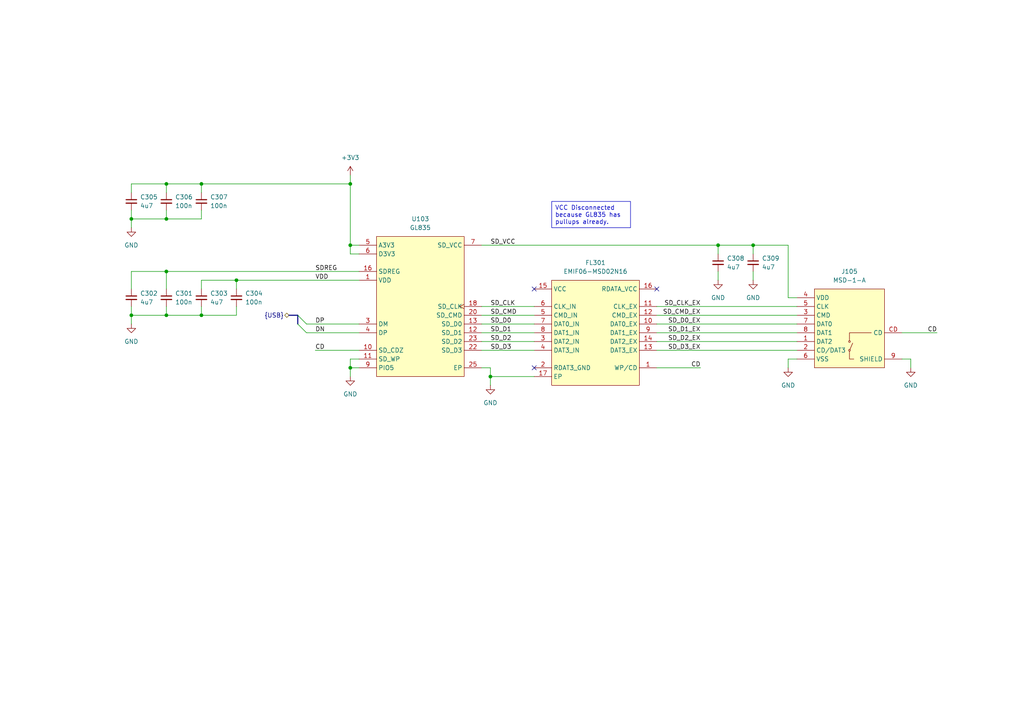
<source format=kicad_sch>
(kicad_sch (version 20250114) (generator "eeschema") (generator_version "9.0")
  (paper "A4")
  (lib_symbols
    (symbol "DEV:C_SMALL" (pin_numbers (hide yes)) (pin_names (offset 0.254) (hide yes))
      (property "Reference" "C" (at 0.254 1.778 0))
      (property "Value" "SMALL" (at 0.254 -2.032 0))
      (symbol "C_SMALL_0_1"
        (polyline (pts (xy -1.524 0.508) (xy 1.524 0.508)) (stroke (width 0.3048)))
        (polyline (pts (xy -1.524 -0.508) (xy 1.524 -0.508)) (stroke (width 0.3302)))
      )
      (symbol "C_SMALL_1_1"
        (pin passive line (at 0 2.54 270) (length 2.032) (name "~") (number "1"))
        (pin passive line (at 0 -2.54 90) (length 2.032) (name "~") (number "2"))
      )
    )
    (symbol "SD-CONN:MSD-1-A"
      (property "Reference" "J" (at 0 5.08 0))
      (property "Value" "MSD-1-A" (at 0 2.54 0))
      (symbol "MSD-1-A_1_1"
        (rectangle (start -10.16 0) (end 10.16 -22.86) (fill (type background)))
        (circle (center 0 -15.24) (radius 0.254))
        (circle (center 0 -17.78) (radius 0.254))
        (polyline (pts (xy 0.13 -17.56) (xy 0.93 -15.69)))
        (polyline (pts (xy 1.27 -20.32) (xy 0 -20.32) (xy 0 -19.05) (xy 0 -18.034)))
        (polyline (pts (xy 6.35 -12.7) (xy 0 -12.7) (xy 0 -14.986)))
        (pin power_in line (at -15.24 -2.54 0) (length 5.08) (name "VDD") (number "4"))
        (pin input line (at -15.24 -5.08 0) (length 5.08) (name "CLK") (number "5"))
        (pin input line (at -15.24 -7.62 0) (length 5.08) (name "CMD") (number "3"))
        (pin bidirectional line (at -15.24 -10.16 0) (length 5.08) (name "DAT0") (number "7"))
        (pin bidirectional line (at -15.24 -12.7 0) (length 5.08) (name "DAT1") (number "8"))
        (pin bidirectional line (at -15.24 -15.24 0) (length 5.08) (name "DAT2") (number "1"))
        (pin bidirectional line (at -15.24 -17.78 0) (length 5.08) (name "CD/DAT3") (number "2"))
        (pin power_in line (at -15.24 -20.32 0) (length 5.08) (name "VSS") (number "6"))
        (pin output line (at 15.24 -12.7 180) (length 5.08) (name "CD") (number "CD"))
        (pin passive line (at 15.24 -20.32 180) (length 5.08) (hide yes) (name "SHIELD") (number "10"))
        (pin passive line (at 15.24 -20.32 180) (length 5.08) (hide yes) (name "SHIELD") (number "11"))
        (pin passive line (at 15.24 -20.32 180) (length 5.08) (hide yes) (name "SHIELD") (number "12"))
        (pin passive line (at 15.24 -20.32 180) (length 5.08) (name "SHIELD") (number "9"))
      )
    )
    (symbol "TVS:EMIF06-MSD02N16"
      (property "Reference" "FL" (at 0 5.08 0))
      (property "Value" "EMIF06-MSD02N16" (at 0 2.54 0))
      (symbol "EMIF06-MSD02N16_1_1"
        (rectangle (start -12.7 0) (end 12.7 -30.48) (fill (type background)))
        (pin passive line (at -17.78 -2.54 0) (length 5.08) (name "VCC") (number "15"))
        (pin passive line (at -17.78 -7.62 0) (length 5.08) (name "CLK_IN") (number "6"))
        (pin passive line (at -17.78 -10.16 0) (length 5.08) (name "CMD_IN") (number "5"))
        (pin passive line (at -17.78 -12.7 0) (length 5.08) (name "DAT0_IN") (number "7"))
        (pin passive line (at -17.78 -15.24 0) (length 5.08) (name "DAT1_IN") (number "8"))
        (pin passive line (at -17.78 -17.78 0) (length 5.08) (name "DAT2_IN") (number "3"))
        (pin passive line (at -17.78 -20.32 0) (length 5.08) (name "DAT3_IN") (number "4"))
        (pin passive line (at -17.78 -25.4 0) (length 5.08) (name "RDAT3_GND") (number "2"))
        (pin passive line (at -17.78 -27.94 0) (length 5.08) (name "EP") (number "17"))
        (pin passive line (at 17.78 -2.54 180) (length 5.08) (name "RDATA_VCC") (number "16"))
        (pin passive line (at 17.78 -7.62 180) (length 5.08) (name "CLK_EX") (number "11"))
        (pin passive line (at 17.78 -10.16 180) (length 5.08) (name "CMD_EX") (number "12"))
        (pin passive line (at 17.78 -12.7 180) (length 5.08) (name "DAT0_EX") (number "10"))
        (pin passive line (at 17.78 -15.24 180) (length 5.08) (name "DAT1_EX") (number "9"))
        (pin passive line (at 17.78 -17.78 180) (length 5.08) (name "DAT2_EX") (number "14"))
        (pin passive line (at 17.78 -20.32 180) (length 5.08) (name "DAT3_EX") (number "13"))
        (pin passive line (at 17.78 -25.4 180) (length 5.08) (name "WP/CD") (number "1"))
      )
    )
    (symbol "USB-INTF:GL835"
      (property "Reference" "U" (at 0 5.08 0))
      (property "Value" "GL835" (at 0 2.54 0))
      (symbol "GL835_0_0"
        (pin power_in line (at -17.78 -2.54 0) (length 5.08) (name "A3V3") (number "5"))
        (pin power_in line (at -17.78 -5.08 0) (length 5.08) (name "D3V3") (number "6"))
        (pin bidirectional line (at -17.78 -25.4 0) (length 5.08) (name "DM") (number "3"))
        (pin bidirectional line (at -17.78 -27.94 0) (length 5.08) (name "DP") (number "4"))
        (pin input line (at -17.78 -33.02 0) (length 5.08) (name "SD_CDZ") (number "10"))
        (pin input line (at -17.78 -35.56 0) (length 5.08) (name "SD_WP") (number "11"))
        (pin input line (at -17.78 -38.1 0) (length 5.08) (name "PIO5") (number "9"))
        (pin no_connect line (at 17.78 -7.62 180) (length 5.08) (hide yes) (name "NC") (number "14"))
        (pin no_connect line (at 17.78 -7.62 180) (length 5.08) (hide yes) (name "NC") (number "15"))
        (pin no_connect line (at 17.78 -7.62 180) (length 5.08) (hide yes) (name "NC") (number "17"))
        (pin no_connect line (at 17.78 -7.62 180) (length 5.08) (hide yes) (name "NC") (number "19"))
        (pin no_connect line (at 17.78 -7.62 180) (length 5.08) (hide yes) (name "NC") (number "2"))
        (pin no_connect line (at 17.78 -7.62 180) (length 5.08) (hide yes) (name "NC") (number "21"))
        (pin no_connect line (at 17.78 -7.62 180) (length 5.08) (hide yes) (name "NC") (number "24"))
        (pin no_connect line (at 17.78 -7.62 180) (length 5.08) (hide yes) (name "NC") (number "8"))
        (pin bidirectional line (at 17.78 -25.4 180) (length 5.08) (name "SD_D0") (number "13"))
        (pin bidirectional line (at 17.78 -27.94 180) (length 5.08) (name "SD_D1") (number "12"))
        (pin bidirectional line (at 17.78 -30.48 180) (length 5.08) (name "SD_D2") (number "23"))
        (pin bidirectional line (at 17.78 -33.02 180) (length 5.08) (name "SD_D3") (number "22"))
      )
      (symbol "GL835_1_0"
        (pin passive line (at -17.78 -10.16 0) (length 5.08) (name "SDREG") (number "16"))
        (pin passive line (at -17.78 -12.7 0) (length 5.08) (name "VDD") (number "1"))
        (pin power_out line (at 17.78 -2.54 180) (length 5.08) (name "SD_VCC") (number "7"))
        (pin output clock (at 17.78 -20.32 180) (length 5.08) (name "SD_CLK") (number "18"))
        (pin output line (at 17.78 -22.86 180) (length 5.08) (name "SD_CMD") (number "20"))
        (pin unspecified line (at 17.78 -38.1 180) (length 5.08) (name "EP") (number "25"))
      )
      (symbol "GL835_1_1"
        (rectangle (start -12.7 0) (end 12.7 -40.64) (fill (type background)))
      )
    )
    (symbol "power:+3V3" (power) (pin_numbers (hide yes)) (pin_names (offset 0) (hide yes))
      (property "Value" "+3V3" (at 0 3.556 0))
      (symbol "+3V3_0_1"
        (polyline (pts (xy -0.762 1.27) (xy 0 2.54)))
        (polyline (pts (xy 0 2.54) (xy 0.762 1.27)))
        (polyline (pts (xy 0 0) (xy 0 2.54)))
      )
      (symbol "+3V3_1_1"
        (pin power_in line (at 0 0 90) (length 0) (name "~") (number "1"))
      )
    )
    (symbol "power:GND" (power) (pin_numbers (hide yes)) (pin_names (offset 0) (hide yes))
      (property "Value" "GND" (at 0 -3.81 0))
      (symbol "GND_0_1"
        (polyline (pts (xy 0 0) (xy 0 -1.27) (xy 1.27 -1.27) (xy 0 -2.54) (xy -1.27 -1.27) (xy 0 -1.27)))
      )
      (symbol "GND_1_1"
        (pin power_in line (at 0 0 270) (length 0) (name "~") (number "1"))
      )
    )
  )
  (text_box "VCC Disconnected because GL835 has pullups already." (at 160.02 58.42 0) (size 22.86 7.62) (margins 0.9525 0.9525 0.9525 0.9525) (effects (font (size 1.27 1.27)) (justify left)))
  (junction (at 58.42 91.44))
  (junction (at 48.26 91.44))
  (junction (at 218.44 71.12))
  (junction (at 38.1 91.44))
  (junction (at 68.58 81.28))
  (junction (at 48.26 78.74))
  (junction (at 101.6 106.68))
  (junction (at 38.1 63.5))
  (junction (at 142.24 109.22))
  (junction (at 101.6 71.12))
  (junction (at 58.42 53.34))
  (junction (at 48.26 63.5))
  (junction (at 48.26 53.34))
  (junction (at 208.28 71.12))
  (junction (at 101.6 53.34))
  (no_connect (at 154.94 106.68))
  (no_connect (at 190.5 83.82))
  (no_connect (at 154.94 83.82))
  (bus_entry (at 86.36 91.44) (size 2.54 2.54))
  (bus_entry (at 86.36 93.98) (size 2.54 2.54))
  (wire (pts (xy 203.2 106.68) (xy 190.5 106.68)))
  (wire (pts (xy 38.1 55.88) (xy 38.1 53.34)))
  (wire (pts (xy 218.44 78.74) (xy 218.44 81.28)))
  (wire (pts (xy 38.1 53.34) (xy 48.26 53.34)))
  (wire (pts (xy 38.1 60.96) (xy 38.1 63.5)))
  (wire (pts (xy 91.44 101.6) (xy 104.14 101.6)))
  (wire (pts (xy 139.7 101.6) (xy 154.94 101.6)))
  (wire (pts (xy 68.58 81.28) (xy 104.14 81.28)))
  (wire (pts (xy 139.7 88.9) (xy 154.94 88.9)))
  (wire (pts (xy 190.5 99.06) (xy 231.14 99.06)))
  (wire (pts (xy 190.5 101.6) (xy 231.14 101.6)))
  (wire (pts (xy 88.9 96.52) (xy 104.14 96.52)))
  (wire (pts (xy 139.7 93.98) (xy 154.94 93.98)))
  (wire (pts (xy 48.26 53.34) (xy 58.42 53.34)))
  (wire (pts (xy 264.16 106.68) (xy 264.16 104.14)))
  (wire (pts (xy 38.1 83.82) (xy 38.1 78.74)))
  (wire (pts (xy 38.1 88.9) (xy 38.1 91.44)))
  (wire (pts (xy 142.24 109.22) (xy 142.24 106.68)))
  (wire (pts (xy 218.44 71.12) (xy 218.44 73.66)))
  (bus (pts (xy 83.82 91.44) (xy 86.36 91.44)))
  (wire (pts (xy 68.58 83.82) (xy 68.58 81.28)))
  (wire (pts (xy 218.44 71.12) (xy 228.6 71.12)))
  (wire (pts (xy 104.14 106.68) (xy 101.6 106.68)))
  (wire (pts (xy 139.7 96.52) (xy 154.94 96.52)))
  (wire (pts (xy 68.58 88.9) (xy 68.58 91.44)))
  (wire (pts (xy 208.28 78.74) (xy 208.28 81.28)))
  (wire (pts (xy 58.42 83.82) (xy 58.42 81.28)))
  (wire (pts (xy 58.42 88.9) (xy 58.42 91.44)))
  (wire (pts (xy 58.42 91.44) (xy 68.58 91.44)))
  (wire (pts (xy 58.42 91.44) (xy 48.26 91.44)))
  (wire (pts (xy 139.7 71.12) (xy 208.28 71.12)))
  (wire (pts (xy 139.7 106.68) (xy 142.24 106.68)))
  (wire (pts (xy 104.14 104.14) (xy 101.6 104.14)))
  (wire (pts (xy 208.28 71.12) (xy 208.28 73.66)))
  (wire (pts (xy 38.1 63.5) (xy 48.26 63.5)))
  (wire (pts (xy 48.26 63.5) (xy 58.42 63.5)))
  (wire (pts (xy 142.24 111.76) (xy 142.24 109.22)))
  (wire (pts (xy 142.24 109.22) (xy 154.94 109.22)))
  (wire (pts (xy 58.42 53.34) (xy 101.6 53.34)))
  (wire (pts (xy 271.78 96.52) (xy 261.62 96.52)))
  (wire (pts (xy 58.42 81.28) (xy 68.58 81.28)))
  (bus (pts (xy 86.36 91.44) (xy 86.36 93.98)))
  (wire (pts (xy 48.26 53.34) (xy 48.26 55.88)))
  (wire (pts (xy 101.6 53.34) (xy 101.6 71.12)))
  (wire (pts (xy 101.6 104.14) (xy 101.6 106.68)))
  (wire (pts (xy 38.1 63.5) (xy 38.1 66.04)))
  (wire (pts (xy 139.7 91.44) (xy 154.94 91.44)))
  (wire (pts (xy 88.9 93.98) (xy 104.14 93.98)))
  (wire (pts (xy 38.1 78.74) (xy 48.26 78.74)))
  (wire (pts (xy 101.6 71.12) (xy 104.14 71.12)))
  (wire (pts (xy 48.26 78.74) (xy 48.26 83.82)))
  (wire (pts (xy 190.5 93.98) (xy 231.14 93.98)))
  (wire (pts (xy 228.6 86.36) (xy 231.14 86.36)))
  (wire (pts (xy 261.62 104.14) (xy 264.16 104.14)))
  (wire (pts (xy 190.5 96.52) (xy 231.14 96.52)))
  (wire (pts (xy 228.6 71.12) (xy 228.6 86.36)))
  (wire (pts (xy 38.1 91.44) (xy 48.26 91.44)))
  (wire (pts (xy 48.26 91.44) (xy 48.26 88.9)))
  (wire (pts (xy 231.14 104.14) (xy 228.6 104.14)))
  (wire (pts (xy 48.26 63.5) (xy 48.26 60.96)))
  (wire (pts (xy 58.42 53.34) (xy 58.42 55.88)))
  (wire (pts (xy 48.26 78.74) (xy 104.14 78.74)))
  (wire (pts (xy 104.14 73.66) (xy 101.6 73.66)))
  (wire (pts (xy 208.28 71.12) (xy 218.44 71.12)))
  (wire (pts (xy 101.6 73.66) (xy 101.6 71.12)))
  (wire (pts (xy 190.5 88.9) (xy 231.14 88.9)))
  (wire (pts (xy 228.6 106.68) (xy 228.6 104.14)))
  (wire (pts (xy 101.6 50.8) (xy 101.6 53.34)))
  (wire (pts (xy 58.42 60.96) (xy 58.42 63.5)))
  (wire (pts (xy 190.5 91.44) (xy 231.14 91.44)))
  (wire (pts (xy 101.6 106.68) (xy 101.6 109.22)))
  (wire (pts (xy 38.1 91.44) (xy 38.1 93.98)))
  (wire (pts (xy 139.7 99.06) (xy 154.94 99.06)))
  (label "CD" (at 91.44 101.6 0))
  (label "SD_VCC" (at 142.24 71.12 0))
  (label "SD_CMD_EX" (at 203.2 91.44 180))
  (label "SD_D3_EX" (at 203.2 101.6 180))
  (label "SD_CLK" (at 142.24 88.9 0))
  (label "SD_D0_EX" (at 203.2 93.98 180))
  (label "VDD" (at 91.44 81.28 0))
  (label "CD" (at 203.2 106.68 180))
  (label "SDREG" (at 91.44 78.74 0))
  (label "SD_D1" (at 142.24 96.52 0))
  (label "SD_D2_EX" (at 203.2 99.06 180))
  (label "DN" (at 91.44 96.52 0))
  (label "CD" (at 271.78 96.52 180))
  (label "SD_D3" (at 142.24 101.6 0))
  (label "DP" (at 91.44 93.98 0))
  (label "SD_CLK_EX" (at 203.2 88.9 180))
  (label "SD_D1_EX" (at 203.2 96.52 180))
  (label "SD_D0" (at 142.24 93.98 0))
  (label "SD_CMD" (at 142.24 91.44 0))
  (label "SD_D2" (at 142.24 99.06 0))
  (hierarchical_label "{USB}" (shape bidirectional) (at 83.82 91.44 180))
  (symbol (lib_id "TVS:EMIF06-MSD02N16") (at 172.72 81.28 0) (unit 1)
    (property "Reference" "FL301" (at 172.72 76.2 0))
    (property "Value" "EMIF06-MSD02N16" (at 172.72 78.74 0))
    (property "Footprint" "project_footprints:EMIF06MSD02N16" (effects (hide yes)))
    (property "Datasheet" "https://www.st.com/resource/en/datasheet/emif06-msd02n16.pdf" (effects (hide yes)))
    (property "Description" "6-Line EMI filter&ESD for SD card uQFN16 STMicroelectronics EMIF06-MSD02N16, EMI Filter & ESD Protector" (effects (hide yes)))
  )
  (symbol (lib_id "DEV:C_SMALL") (at 58.42 86.36 0) (unit 1)
    (property "Reference" "C303" (at 60.96 85.0962 0) (effects (justify left)))
    (property "Value" "4u7" (at 60.96 87.6362 0) (effects (justify left)))
    (property "Footprint" "project_footprints:C_0402" (effects (hide yes)))
    (property "Description" "Unpolarized capacitor, small symbol" (effects (hide yes)))
  )
  (symbol (lib_id "power:GND") (at 218.44 81.28 0) (unit 1)
    (property "Reference" "#PWR0309" (effects (hide yes)))
    (property "Value" "GND" (at 218.44 86.36 0))
    (property "Description" "Power symbol creates a global label with name \"GND\" , ground" (effects (hide yes)))
  )
  (symbol (lib_id "DEV:C_SMALL") (at 38.1 58.42 0) (unit 1)
    (property "Reference" "C305" (at 40.64 57.1562 0) (effects (justify left)))
    (property "Value" "4u7" (at 40.64 59.6962 0) (effects (justify left)))
    (property "Footprint" "project_footprints:C_0402" (effects (hide yes)))
    (property "Description" "Unpolarized capacitor, small symbol" (effects (hide yes)))
  )
  (symbol (lib_id "power:GND") (at 38.1 66.04 0) (unit 1)
    (property "Reference" "#PWR0306" (effects (hide yes)))
    (property "Value" "GND" (at 38.1 71.12 0))
    (property "Description" "Power symbol creates a global label with name \"GND\" , ground" (effects (hide yes)))
  )
  (symbol (lib_id "power:GND") (at 228.6 106.68 0) (mirror y) (unit 1)
    (property "Reference" "#PWR0302" (effects (hide yes)))
    (property "Value" "GND" (at 228.6 111.76 0))
    (property "Description" "Power symbol creates a global label with name \"GND\" , ground" (effects (hide yes)))
  )
  (symbol (lib_id "USB-INTF:GL835") (at 121.92 68.58 0) (unit 1)
    (property "Reference" "U103" (at 121.92 63.5 0))
    (property "Value" "GL835" (at 121.92 66.04 0))
    (property "Footprint" "project_footprints:QFN50P400X400X100-25N-D" (effects (hide yes)))
    (property "Datasheet" "https://www.lcsc.com/datasheet/C5182402.pdf" (effects (hide yes)))
  )
  (symbol (lib_id "power:GND") (at 38.1 93.98 0) (unit 1)
    (property "Reference" "#PWR0305" (effects (hide yes)))
    (property "Value" "GND" (at 38.1 99.06 0))
    (property "Description" "Power symbol creates a global label with name \"GND\" , ground" (effects (hide yes)))
  )
  (symbol (lib_id "power:GND") (at 142.24 111.76 0) (unit 1)
    (property "Reference" "#PWR0301" (effects (hide yes)))
    (property "Value" "GND" (at 142.24 116.84 0))
    (property "Description" "Power symbol creates a global label with name \"GND\" , ground" (effects (hide yes)))
  )
  (symbol (lib_id "DEV:C_SMALL") (at 218.44 76.2 0) (unit 1)
    (property "Reference" "C309" (at 220.98 74.9362 0) (effects (justify left)))
    (property "Value" "4u7" (at 220.98 77.4762 0) (effects (justify left)))
    (property "Footprint" "project_footprints:C_0402" (effects (hide yes)))
    (property "Description" "Unpolarized capacitor, small symbol" (effects (hide yes)))
  )
  (symbol (lib_id "DEV:C_SMALL") (at 48.26 58.42 0) (unit 1)
    (property "Reference" "C306" (at 50.8 57.1562 0) (effects (justify left)))
    (property "Value" "100n" (at 50.8 59.6962 0) (effects (justify left)))
    (property "Footprint" "project_footprints:C_0402" (effects (hide yes)))
    (property "Description" "Unpolarized capacitor, small symbol" (effects (hide yes)))
  )
  (symbol (lib_id "SD-CONN:MSD-1-A") (at 246.38 83.82 0) (unit 1)
    (property "Reference" "J105" (at 246.38 78.74 0))
    (property "Value" "MSD-1-A" (at 246.38 81.28 0))
    (property "Footprint" "project_footprints:MSD1A" (effects (hide yes)))
    (property "Datasheet" "https://www.sameskydevices.com/product/resource/MSD-1-A.pdf" (effects (hide yes)))
    (property "Description" "MSD-1-A - Micro SD Card Connector, 9 Contacts, Connector and Ejector, Push In, Auto Eject Out, Surface Mount, 1.8 mm Height Above Board, Gold Flash" (effects (hide yes)))
    (property "Height" "2" (effects (hide yes)))
  )
  (symbol (lib_id "DEV:C_SMALL") (at 68.58 86.36 0) (unit 1)
    (property "Reference" "C304" (at 71.12 85.0962 0) (effects (justify left)))
    (property "Value" "100n" (at 71.12 87.6362 0) (effects (justify left)))
    (property "Footprint" "project_footprints:C_0402" (effects (hide yes)))
    (property "Description" "Unpolarized capacitor, small symbol" (effects (hide yes)))
  )
  (symbol (lib_id "DEV:C_SMALL") (at 38.1 86.36 0) (unit 1)
    (property "Reference" "C302" (at 40.64 85.0962 0) (effects (justify left)))
    (property "Value" "4u7" (at 40.64 87.6362 0) (effects (justify left)))
    (property "Footprint" "project_footprints:C_0402" (effects (hide yes)))
    (property "Description" "Unpolarized capacitor, small symbol" (effects (hide yes)))
  )
  (symbol (lib_id "DEV:C_SMALL") (at 48.26 86.36 0) (unit 1)
    (property "Reference" "C301" (at 50.8 85.0962 0) (effects (justify left)))
    (property "Value" "100n" (at 50.8 87.6362 0) (effects (justify left)))
    (property "Footprint" "project_footprints:C_0402" (effects (hide yes)))
    (property "Description" "Unpolarized capacitor, small symbol" (effects (hide yes)))
  )
  (symbol (lib_id "DEV:C_SMALL") (at 208.28 76.2 0) (unit 1)
    (property "Reference" "C308" (at 210.82 74.9362 0) (effects (justify left)))
    (property "Value" "4u7" (at 210.82 77.4762 0) (effects (justify left)))
    (property "Footprint" "project_footprints:C_0402" (effects (hide yes)))
    (property "Description" "Unpolarized capacitor, small symbol" (effects (hide yes)))
  )
  (symbol (lib_id "power:+3V3") (at 101.6 50.8 0) (unit 1)
    (property "Reference" "#PWR0310" (effects (hide yes)))
    (property "Value" "+3V3" (at 101.6 45.72 0))
    (property "Description" "Power symbol creates a global label with name \"+3V3\"" (effects (hide yes)))
  )
  (symbol (lib_id "power:GND") (at 101.6 109.22 0) (unit 1)
    (property "Reference" "#PWR0304" (effects (hide yes)))
    (property "Value" "GND" (at 101.6 114.3 0))
    (property "Description" "Power symbol creates a global label with name \"GND\" , ground" (effects (hide yes)))
  )
  (symbol (lib_id "power:GND") (at 264.16 106.68 0) (unit 1)
    (property "Reference" "#PWR0303" (effects (hide yes)))
    (property "Value" "GND" (at 264.16 111.76 0))
    (property "Description" "Power symbol creates a global label with name \"GND\" , ground" (effects (hide yes)))
  )
  (symbol (lib_id "power:GND") (at 208.28 81.28 0) (unit 1)
    (property "Reference" "#PWR0308" (effects (hide yes)))
    (property "Value" "GND" (at 208.28 86.36 0))
    (property "Description" "Power symbol creates a global label with name \"GND\" , ground" (effects (hide yes)))
  )
  (symbol (lib_id "DEV:C_SMALL") (at 58.42 58.42 0) (unit 1)
    (property "Reference" "C307" (at 60.96 57.1562 0) (effects (justify left)))
    (property "Value" "100n" (at 60.96 59.6962 0) (effects (justify left)))
    (property "Footprint" "project_footprints:C_0402" (effects (hide yes)))
    (property "Description" "Unpolarized capacitor, small symbol" (effects (hide yes)))
  )
)
</source>
